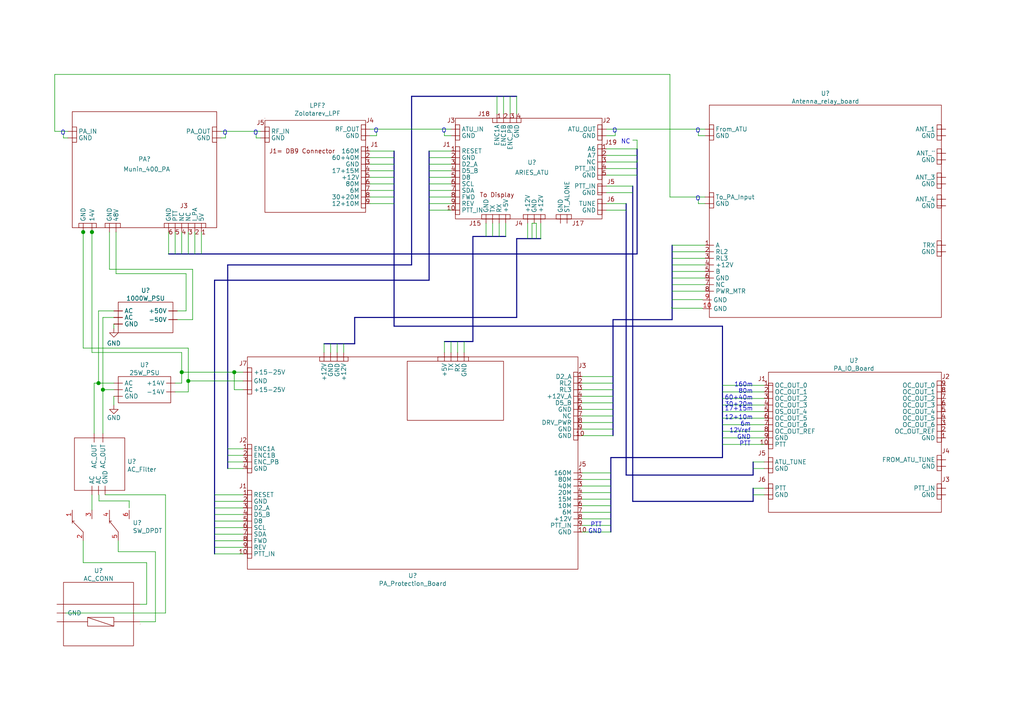
<source format=kicad_sch>
(kicad_sch (version 20230121) (generator eeschema)
  (paper "A4")
  (title_block (title "Block Schematic of MUNIN-400 PA") (date "08.05.2021") (rev "0") (comment 1 "ENG: Kjell Karlsen") (comment 2 "LA2NI"))
  (lib_symbols
    (symbol "KjellKarlsen:1000W_PSU"
      (property "Reference" "U" (at 0 0 0))
      (property "Value" "1000W_PSU" (at 0 1.905 0))
      (symbol "1000W_PSU_0_0"
        (rectangle (start -6.35 -1.905) (end 9.525 -10.795) (stroke (width 0.1524)))
      )
      (symbol "1000W_PSU_1_1"
        (pin passive line (at 10.795 -4.445 180) (length 2.54) (name "+50V") (number ""))
        (pin passive line (at 10.795 -6.985 180) (length 2.54) (name "-50V") (number ""))
        (pin passive line (at -7.62 -6.35 0) (length 2.54) (name "AC") (number ""))
        (pin passive line (at -7.62 -4.445 0) (length 2.54) (name "AC") (number ""))
        (pin passive line (at -7.62 -8.255 0) (length 2.54) (name "GND") (number ""))
      )
    )
    (symbol "KjellKarlsen:25W_PSU"
      (property "Reference" "U" (at 0 1.905 0))
      (property "Value" "25W_PSU" (at 0 0 0))
      (symbol "25W_PSU_0_0"
        (rectangle (start -7.62 -2.54) (end 7.62 -10.16) (stroke (width 0.1524)))
      )
      (symbol "25W_PSU_1_1"
        (pin passive line (at 8.89 -4.445 180) (length 2.54) (name "+14V") (number ""))
        (pin passive line (at 8.89 -6.985 180) (length 2.54) (name "-14V") (number ""))
        (pin passive line (at -8.89 -6.35 0) (length 2.54) (name "AC") (number ""))
        (pin passive line (at -8.89 -4.445 0) (length 2.54) (name "AC") (number ""))
        (pin passive line (at -8.89 -8.255 0) (length 2.54) (name "GND") (number ""))
      )
    )
    (symbol "KjellKarlsen:AC_CONN"
      (property "Reference" "U" (at 1.27 7.62 0))
      (property "Value" "AC_CONN" (at 1.27 5.715 0))
      (symbol "AC_CONN_0_0"
        (rectangle (start -6.985 -0.635) (end 11.43 -20.955) (stroke (width 0.1524)))
        (polyline (pts (xy -0.635 -1.27) (xy -0.635 -20.32)) (stroke (width 0.1524)))
        (polyline (pts (xy 4.445 -20.32) (xy 4.445 -13.97)) (stroke (width 0.1524)))
        (polyline (pts (xy 4.445 -1.27) (xy 4.445 -6.35)) (stroke (width 0.1524)))
        (polyline (pts (xy 5.715 -6.35) (xy 3.175 -13.97)) (stroke (width 0.1524)))
        (rectangle (start 3.175 -6.35) (end 5.715 -13.97) (stroke (width 0.1524)))
        (rectangle (start 5.08 1.27) (end 5.08 1.27) (stroke (width 0.1524)))
      )
      (symbol "AC_CONN_1_1"
        (pin passive line (at -0.635 -22.86 90) (length 2.54) (name "") (number ""))
        (pin passive line (at -0.635 1.27 270) (length 2.54) (name "") (number ""))
        (pin passive line (at 4.445 -22.86 90) (length 2.54) (name "") (number ""))
        (pin passive line (at 4.445 1.27 270) (length 2.54) (name "") (number ""))
        (pin passive line (at 1.905 -22.86 90) (length 2.54) (name "GND") (number ""))
      )
    )
    (symbol "KjellKarlsen:AC_Filter"
      (property "Reference" "U" (at 0 6.35 0))
      (property "Value" "AC_Filter" (at 0 4.445 0))
      (symbol "AC_Filter_0_0"
        (rectangle (start -6.985 -2.54) (end 7.62 -17.78) (stroke (width 0.1524)))
      )
      (symbol "AC_Filter_1_1"
        (pin passive line (at -1.905 -19.05 90) (length 2.54) (name "AC") (number ""))
        (pin passive line (at 0 -19.05 90) (length 2.54) (name "AC") (number ""))
        (pin passive line (at -1.27 -1.27 270) (length 2.54) (name "AC_OUT") (number ""))
        (pin passive line (at 1.27 -1.27 270) (length 2.54) (name "AC_OUT") (number ""))
        (pin passive line (at 1.905 -19.05 90) (length 2.54) (name "GND") (number ""))
      )
    )
    (symbol "KjellKarlsen:ARIES_ATU"
      (property "Reference" "U" (at 14.605 -13.97 0))
      (property "Value" "ARIES_ATU" (at 14.605 -12.065 0))
      (symbol "ARIES_ATU_0_0"
        (rectangle (start -11.43 -10.795) (end -10.16 -30.48) (stroke (width 0.1524)))
        (rectangle (start -11.43 -4.445) (end -10.16 -8.89) (stroke (width 0.1524)))
        (rectangle (start -11.43 -2.54) (end 31.115 -31.75) (stroke (width 0.1524)))
        (rectangle (start -3.81 -30.48) (end 4.445 -31.75) (stroke (width 0.1524)))
        (rectangle (start -0.635 -3.81) (end 7.62 -2.54) (stroke (width 0.1524)))
        (rectangle (start 8.255 -31.75) (end 14.605 -30.48) (stroke (width 0.1524)))
        (rectangle (start 17.78 -31.75) (end 22.225 -30.48) (stroke (width 0.1524)))
        (rectangle (start 31.115 -30.48) (end 29.845 -26.035) (stroke (width 0.1524)))
        (rectangle (start 31.115 -24.765) (end 29.845 -21.59) (stroke (width 0.1524)))
        (rectangle (start 31.115 -20.32) (end 29.845 -10.16) (stroke (width 0.1524)))
        (rectangle (start 31.115 -8.89) (end 29.845 -4.445) (stroke (width 0.1524)))
        (text "1" (at -12.065 -11.43 0) (effects (font (size 1.27 1.27))))
        (text "1" (at 1.27 -1.905 0) (effects (font (size 1.27 1.27))))
        (text "1" (at 31.75 -10.795 0) (effects (font (size 1.27 1.27))))
        (text "10" (at -12.7 -28.575 0) (effects (font (size 1.27 1.27))))
        (text "2" (at -12.065 -13.335 0) (effects (font (size 1.27 1.27))))
        (text "2" (at 3.175 -1.905 0) (effects (font (size 1.27 1.27))))
        (text "2" (at 31.75 -12.7 0) (effects (font (size 1.27 1.27))))
        (text "3" (at -12.065 -15.24 0) (effects (font (size 1.27 1.27))))
        (text "3" (at 5.08 -1.905 0) (effects (font (size 1.27 1.27))))
        (text "3" (at 31.75 -14.605 0) (effects (font (size 1.27 1.27))))
        (text "4" (at -12.065 -17.145 0) (effects (font (size 1.27 1.27))))
        (text "4" (at 6.985 -1.905 0) (effects (font (size 1.27 1.27))))
        (text "4" (at 31.75 -16.51 0) (effects (font (size 1.27 1.27))))
        (text "5" (at -12.065 -19.05 0) (effects (font (size 1.27 1.27))))
        (text "5" (at 31.75 -18.415 0) (effects (font (size 1.27 1.27))))
        (text "6" (at -12.065 -20.955 0) (effects (font (size 1.27 1.27))))
        (text "7" (at -12.065 -22.86 0) (effects (font (size 1.27 1.27))))
        (text "8" (at -12.065 -24.765 0) (effects (font (size 1.27 1.27))))
        (text "9" (at -12.065 -26.67 0) (effects (font (size 1.27 1.27))))
        (text "J1" (at -13.97 -10.16 0) (effects (font (size 1.27 1.27))))
        (text "J15" (at -5.715 -33.02 0) (effects (font (size 1.27 1.27))))
        (text "J17" (at 24.13 -33.02 0) (effects (font (size 1.27 1.27))))
        (text "J18" (at -3.175 -1.27 0) (effects (font (size 1.27 1.27))))
        (text "J19" (at 33.655 -9.525 0) (effects (font (size 1.27 1.27))))
        (text "J2" (at 32.385 -3.175 0) (effects (font (size 1.27 1.27))))
        (text "J3" (at -12.7 -3.175 0) (effects (font (size 1.27 1.27))))
        (text "J4" (at 6.985 -33.02 0) (effects (font (size 1.27 1.27))))
        (text "J5" (at 33.655 -20.955 0) (effects (font (size 1.27 1.27))))
        (text "J6" (at 33.655 -26.035 0) (effects (font (size 1.27 1.27))))
        (text "To Display" (at 0.635 -24.765 0) (effects (font (size 1.27 1.27))))
      )
      (symbol "ARIES_ATU_1_1"
        (pin passive line (at 9.525 -33.02 90) (length 2.54) (name "+12V") (number ""))
        (pin passive line (at 13.335 -33.02 90) (length 2.54) (name "+12V") (number ""))
        (pin passive line (at 3.175 -33.02 90) (length 2.54) (name "+5V") (number ""))
        (pin passive line (at 32.385 -11.43 180) (length 2.54) (name "A6") (number ""))
        (pin passive line (at 32.385 -13.335 180) (length 2.54) (name "A7") (number ""))
        (pin passive line (at -12.7 -5.715 0) (length 2.54) (name "ATU_IN") (number ""))
        (pin passive line (at 32.385 -5.715 180) (length 2.54) (name "ATU_OUT") (number ""))
        (pin passive line (at -12.7 -15.875 0) (length 2.54) (name "D2_A") (number ""))
        (pin passive line (at -12.7 -17.78 0) (length 2.54) (name "D5_B") (number ""))
        (pin passive line (at -12.7 -19.685 0) (length 2.54) (name "D8") (number ""))
        (pin passive line (at 0.635 -1.27 270) (length 2.54) (name "ENC1A") (number ""))
        (pin passive line (at 2.54 -1.27 270) (length 2.54) (name "ENC1B") (number ""))
        (pin passive line (at 4.445 -1.27 270) (length 2.54) (name "ENC_PB") (number ""))
        (pin passive line (at -12.7 -25.4 0) (length 2.54) (name "FWD") (number ""))
        (pin passive line (at -12.7 -13.97 0) (length 2.54) (name "GND") (number ""))
        (pin passive line (at -12.7 -7.62 0) (length 2.54) (name "GND") (number ""))
        (pin passive line (at -2.54 -33.02 90) (length 2.54) (name "GND") (number ""))
        (pin passive line (at 6.35 -1.27 270) (length 2.54) (name "GND") (number ""))
        (pin passive line (at 11.43 -33.02 90) (length 2.54) (name "GND") (number ""))
        (pin passive line (at 19.05 -33.02 90) (length 2.54) (name "GND") (number ""))
        (pin passive line (at 32.385 -29.21 180) (length 2.54) (name "GND") (number ""))
        (pin passive line (at 32.385 -24.13 180) (length 2.54) (name "GND") (number ""))
        (pin passive line (at 32.385 -19.05 180) (length 2.54) (name "GND") (number ""))
        (pin passive line (at 32.385 -7.62 180) (length 2.54) (name "GND") (number ""))
        (pin passive line (at 32.385 -15.24 180) (length 2.54) (name "NC") (number ""))
        (pin passive line (at -12.7 -29.21 0) (length 2.54) (name "PTT_IN") (number ""))
        (pin passive line (at 32.385 -22.225 180) (length 2.54) (name "PTT_IN") (number ""))
        (pin passive line (at 32.385 -17.145 180) (length 2.54) (name "PTT_IN") (number ""))
        (pin passive line (at -12.7 -12.065 0) (length 2.54) (name "RESET") (number ""))
        (pin passive line (at -12.7 -27.305 0) (length 2.54) (name "REV") (number ""))
        (pin passive line (at 1.27 -33.02 90) (length 2.54) (name "RX") (number ""))
        (pin passive line (at -12.7 -21.59 0) (length 2.54) (name "SCL") (number ""))
        (pin passive line (at -12.7 -23.495 0) (length 2.54) (name "SDA") (number ""))
        (pin passive line (at 20.955 -33.02 90) (length 2.54) (name "ST_ALONE") (number ""))
        (pin passive line (at 32.385 -27.305 180) (length 2.54) (name "TUNE") (number ""))
        (pin passive line (at -0.635 -33.02 90) (length 2.54) (name "TX") (number ""))
      )
    )
    (symbol "KjellKarlsen:Antenna_relay_board"
      (property "Reference" "U?" (at 6.35 2.7474 0))
      (property "Value" "Antenna_relay_board" (at 6.35 0.4487 0))
      (symbol "Antenna_relay_board_0_0"
        (rectangle (start -27.305 -26.035) (end -26.035 -30.48) (stroke (width 0.1524)))
        (rectangle (start -27.305 -6.35) (end -26.035 -10.795) (stroke (width 0.1524)))
        (rectangle (start -27.305 -0.635) (end 40.005 -62.23) (stroke (width 0.1524)))
        (rectangle (start 38.735 -26.67) (end 40.005 -30.48) (stroke (width 0.1524)))
        (rectangle (start 38.735 -20.32) (end 40.005 -24.765) (stroke (width 0.1524)))
        (rectangle (start 38.735 -13.335) (end 40.005 -17.78) (stroke (width 0.1524)))
        (rectangle (start 38.735 -6.35) (end 40.005 -10.795) (stroke (width 0.1524)))
        (text "1" (at -27.94 -40.64 0) (effects (font (size 1.27 1.27))))
        (text "2" (at -27.94 -42.545 0) (effects (font (size 1.27 1.27))))
        (text "3" (at -27.94 -44.45 0) (effects (font (size 1.27 1.27))))
        (text "4" (at -27.94 -46.355 0) (effects (font (size 1.27 1.27))))
        (text "5" (at -27.94 -48.26 0) (effects (font (size 1.27 1.27))))
        (text "6" (at -27.94 -50.165 0) (effects (font (size 1.27 1.27))))
        (text "7" (at -27.94 -52.07 0) (effects (font (size 1.27 1.27))))
        (text "8" (at -27.94 -53.975 0) (effects (font (size 1.27 1.27))))
      )
      (symbol "Antenna_relay_board_0_1"
        (rectangle (start 38.735 -40.005) (end 40.005 -44.45) (stroke (width 0.1524)))
      )
      (symbol "Antenna_relay_board_1_1"
        (pin input line (at -28.575 -46.99 0) (length 2.54) (name "+12V") (number ""))
        (pin input line (at -28.575 -41.275 0) (length 2.54) (name "A") (number ""))
        (pin passive line (at 41.275 -14.605 180) (length 2.54) (name "ANT_\"") (number ""))
        (pin passive line (at 41.275 -7.62 180) (length 2.54) (name "ANT_1") (number ""))
        (pin passive line (at 41.275 -21.59 180) (length 2.54) (name "ANT_3") (number ""))
        (pin passive line (at 41.275 -27.94 180) (length 2.54) (name "ANT_4") (number ""))
        (pin input line (at -28.575 -48.895 0) (length 2.54) (name "B") (number ""))
        (pin passive line (at -28.575 -7.62 0) (length 2.54) (name "From_ATU") (number ""))
        (pin input line (at -28.575 -50.8 0) (length 2.54) (name "GND") (number ""))
        (pin passive line (at -28.575 -29.21 0) (length 2.54) (name "GND") (number ""))
        (pin passive line (at -28.575 -9.525 0) (length 2.54) (name "GND") (number ""))
        (pin input line (at 41.275 -43.18 180) (length 2.54) (name "GND") (number ""))
        (pin passive line (at 41.275 -29.845 180) (length 2.54) (name "GND") (number ""))
        (pin passive line (at 41.275 -23.495 180) (length 2.54) (name "GND") (number ""))
        (pin passive line (at 41.275 -16.51 180) (length 2.54) (name "GND") (number ""))
        (pin passive line (at 41.275 -9.525 180) (length 2.54) (name "GND") (number ""))
        (pin input line (at -28.575 -52.705 0) (length 2.54) (name "NC") (number ""))
        (pin input line (at -28.575 -54.61 0) (length 2.54) (name "PWR_MTR") (number ""))
        (pin input line (at -28.575 -43.18 0) (length 2.54) (name "RL2") (number ""))
        (pin input line (at -28.575 -45.085 0) (length 2.54) (name "RL3") (number ""))
        (pin input line (at 41.275 -41.275 180) (length 2.54) (name "TRX") (number ""))
        (pin passive line (at -28.575 -27.305 0) (length 2.54) (name "To_PA_Input") (number ""))
        (pin input line (at -29.21 -59.69 0) (length 2.54) (name "GND") (number "10"))
        (pin input line (at -29.21 -57.15 0) (length 2.54) (name "GND") (number "9"))
      )
    )
    (symbol "KjellKarlsen:Munin_400_PA"
      (property "Reference" "PA" (at 6.985 -15.24 0))
      (property "Value" "Munin_400_PA" (at 6.985 -12.065 0))
      (symbol "Munin_400_PA_0_0"
        (rectangle (start -13.335 -4.445) (end -12.065 -8.89) (stroke (width 0.1524)))
        (rectangle (start -13.335 0) (end 28.575 -33.655) (stroke (width 0.1524)))
        (rectangle (start -11.43 -33.655) (end -6.35 -32.385) (stroke (width 0.1524)))
        (rectangle (start -3.81 -33.655) (end 0.635 -32.385) (stroke (width 0.1524)))
        (rectangle (start 13.335 -33.655) (end 25.4 -32.385) (stroke (width 0.1524)))
        (rectangle (start 27.305 -4.445) (end 28.575 -8.89) (stroke (width 0.1524)))
        (text "1" (at 24.765 -34.925 0) (effects (font (size 1.27 1.27))))
        (text "2" (at 22.86 -34.925 0) (effects (font (size 1.27 1.27))))
        (text "3" (at 20.955 -34.925 0) (effects (font (size 1.27 1.27))))
        (text "4" (at 19.05 -34.925 0) (effects (font (size 1.27 1.27))))
        (text "5" (at 17.145 -34.925 0) (effects (font (size 1.27 1.27))))
        (text "6" (at 15.24 -34.925 0) (effects (font (size 1.27 1.27))))
        (text "J3" (at 19.05 -27.305 0) (effects (font (size 1.27 1.27))))
      )
      (symbol "Munin_400_PA_1_1"
        (pin input line (at -7.62 -34.925 90) (length 2.54) (name "14V") (number ""))
        (pin input line (at -0.635 -34.925 90) (length 2.54) (name "48V") (number ""))
        (pin input line (at 24.13 -34.925 90) (length 2.54) (name "5V") (number ""))
        (pin passive line (at -14.605 -7.62 0) (length 2.54) (name "GND") (number ""))
        (pin input line (at -10.16 -34.925 90) (length 2.54) (name "GND") (number ""))
        (pin input line (at -2.54 -34.925 90) (length 2.54) (name "GND") (number ""))
        (pin input line (at 14.605 -34.925 90) (length 2.54) (name "GND") (number ""))
        (pin passive line (at 29.845 -7.62 180) (length 2.54) (name "GND") (number ""))
        (pin input line (at 22.225 -34.925 90) (length 2.54) (name "I_PA") (number ""))
        (pin input line (at 18.415 -34.925 90) (length 2.54) (name "NC") (number ""))
        (pin input line (at 20.32 -34.925 90) (length 2.54) (name "NC") (number ""))
        (pin input line (at -14.605 -5.715 0) (length 2.54) (name "PA_IN") (number ""))
        (pin input line (at 29.845 -5.715 180) (length 2.54) (name "PA_OUT") (number ""))
        (pin input line (at 16.51 -34.925 90) (length 2.54) (name "PTT") (number ""))
      )
    )
    (symbol "KjellKarlsen:PA_IO_Board"
      (property "Reference" "U" (at 16.51 -16.51 0))
      (property "Value" "PA_IO_Board" (at 16.51 -13.97 0))
      (symbol "PA_IO_Board_0_0"
        (rectangle (start -9.525 -33.02) (end -8.255 -37.465) (stroke (width 0.1524)))
        (rectangle (start -9.525 -25.4) (end -8.255 -29.845) (stroke (width 0.1524)))
        (rectangle (start -9.525 -3.81) (end -8.255 -22.86) (stroke (width 0.1524)))
        (rectangle (start -9.525 -0.635) (end 40.64 -41.275) (stroke (width 0.1524)))
        (rectangle (start 39.37 -33.02) (end 40.64 -37.465) (stroke (width 0.1524)))
        (rectangle (start 39.37 -24.765) (end 40.64 -29.21) (stroke (width 0.1524)))
        (rectangle (start 39.37 -3.175) (end 40.64 -20.955) (stroke (width 0.1524)))
        (text "1" (at -10.16 -3.81 0) (effects (font (size 1.27 1.27))))
        (text "1" (at 41.275 -19.05 0) (effects (font (size 1.27 1.27))))
        (text "10" (at -10.795 -20.955 0) (effects (font (size 1.27 1.27))))
        (text "2" (at -10.16 -5.715 0) (effects (font (size 1.27 1.27))))
        (text "2" (at 41.275 -17.145 0) (effects (font (size 1.27 1.27))))
        (text "3" (at -10.16 -7.62 0) (effects (font (size 1.27 1.27))))
        (text "3" (at 41.275 -15.24 0) (effects (font (size 1.27 1.27))))
        (text "4" (at -10.16 -9.525 0) (effects (font (size 1.27 1.27))))
        (text "4" (at 41.275 -13.335 0) (effects (font (size 1.27 1.27))))
        (text "5" (at -10.16 -11.43 0) (effects (font (size 1.27 1.27))))
        (text "5" (at 41.275 -11.43 0) (effects (font (size 1.27 1.27))))
        (text "6" (at -10.16 -13.335 0) (effects (font (size 1.27 1.27))))
        (text "6" (at 41.275 -9.525 0) (effects (font (size 1.27 1.27))))
        (text "7" (at -10.16 -15.24 0) (effects (font (size 1.27 1.27))))
        (text "7" (at 41.275 -7.62 0) (effects (font (size 1.27 1.27))))
        (text "8" (at -10.16 -17.145 0) (effects (font (size 1.27 1.27))))
        (text "8" (at 41.275 -5.715 0) (effects (font (size 1.27 1.27))))
        (text "9" (at -10.16 -19.05 0) (effects (font (size 1.27 1.27))))
        (text "9" (at 41.275 -3.81 0) (effects (font (size 1.27 1.27))))
        (text "J1" (at -11.43 -2.54 0) (effects (font (size 1.27 1.27))))
        (text "J2" (at 41.91 -1.905 0) (effects (font (size 1.27 1.27))))
        (text "J3" (at 41.91 -31.75 0) (effects (font (size 1.27 1.27))))
        (text "J4" (at 41.91 -23.495 0) (effects (font (size 1.27 1.27))))
        (text "J5" (at -11.43 -24.13 0) (effects (font (size 1.27 1.27))))
        (text "J6" (at -11.43 -31.75 0) (effects (font (size 1.27 1.27))))
      )
      (symbol "PA_IO_Board_1_1"
        (pin passive line (at -10.795 -26.67 0) (length 2.54) (name "ATU_TUNE") (number ""))
        (pin passive line (at 41.91 -26.035 180) (length 2.54) (name "FROM_ATU_TUNE") (number ""))
        (pin passive line (at -10.795 -36.195 0) (length 2.54) (name "GND") (number ""))
        (pin passive line (at -10.795 -28.575 0) (length 2.54) (name "GND") (number ""))
        (pin passive line (at -10.795 -19.685 0) (length 2.54) (name "GND") (number ""))
        (pin passive line (at 41.91 -36.195 180) (length 2.54) (name "GND") (number ""))
        (pin passive line (at 41.91 -27.94 180) (length 2.54) (name "GND") (number ""))
        (pin passive line (at 41.91 -19.685 180) (length 2.54) (name "GND") (number ""))
        (pin passive line (at -10.795 -4.445 0) (length 2.54) (name "OC_OUT_0") (number ""))
        (pin passive line (at 41.91 -4.445 180) (length 2.54) (name "OC_OUT_0") (number ""))
        (pin passive line (at -10.795 -6.35 0) (length 2.54) (name "OC_OUT_1") (number ""))
        (pin passive line (at 41.91 -6.35 180) (length 2.54) (name "OC_OUT_1") (number ""))
        (pin passive line (at -10.795 -8.255 0) (length 2.54) (name "OC_OUT_2") (number ""))
        (pin passive line (at 41.91 -8.255 180) (length 2.54) (name "OC_OUT_2") (number ""))
        (pin passive line (at -10.795 -10.16 0) (length 2.54) (name "OC_OUT_3") (number ""))
        (pin passive line (at 41.91 -10.16 180) (length 2.54) (name "OC_OUT_3") (number ""))
        (pin passive line (at 41.91 -12.065 180) (length 2.54) (name "OC_OUT_4") (number ""))
        (pin passive line (at -10.795 -13.97 0) (length 2.54) (name "OC_OUT_5") (number ""))
        (pin passive line (at 41.91 -13.97 180) (length 2.54) (name "OC_OUT_5") (number ""))
        (pin passive line (at -10.795 -15.875 0) (length 2.54) (name "OC_OUT_6") (number ""))
        (pin passive line (at 41.91 -15.875 180) (length 2.54) (name "OC_OUT_6") (number ""))
        (pin passive line (at -10.795 -17.78 0) (length 2.54) (name "OC_OUT_REF") (number ""))
        (pin passive line (at 41.91 -17.78 180) (length 2.54) (name "OC_OUT_REF") (number ""))
        (pin passive line (at -10.795 -12.065 0) (length 2.54) (name "OS_OUT_4") (number ""))
        (pin passive line (at -10.795 -34.29 0) (length 2.54) (name "PTT") (number ""))
        (pin passive line (at -10.795 -21.59 0) (length 2.54) (name "PTT") (number ""))
        (pin passive line (at 41.91 -34.29 180) (length 2.54) (name "PTT_IN") (number ""))
      )
    )
    (symbol "KjellKarlsen:PA_Protection_Board"
      (property "Reference" "U?" (at 21.9075 -64.7256 0))
      (property "Value" "PA_Protection_Board" (at 21.9075 -67.0243 0))
      (symbol "PA_Protection_Board_0_0"
        (rectangle (start -26.035 -40.005) (end -24.765 -59.69) (stroke (width 0.1524)))
        (rectangle (start -26.035 -26.67) (end -24.765 -34.925) (stroke (width 0.1524)))
        (rectangle (start -26.035 -4.445) (end -24.765 -12.065) (stroke (width 0.1524)))
        (rectangle (start -26.035 -1.27) (end 69.85 -62.865) (stroke (width 0.1524)))
        (rectangle (start -5.08 -2.54) (end 3.175 -1.27) (stroke (width 0.1524)))
        (rectangle (start 20.32 -2.54) (end 48.26 -19.685) (stroke (width 0.1524)))
        (rectangle (start 29.21 -2.54) (end 38.1 -1.27) (stroke (width 0.1524)))
        (rectangle (start 68.58 -5.715) (end 69.85 -25.4) (stroke (width 0.1524)))
        (text "1" (at -26.67 -40.64 0) (effects (font (size 1.27 1.27))))
        (text "1" (at -26.67 -27.305 0) (effects (font (size 1.27 1.27))))
        (text "1" (at 70.485 -34.29 0) (effects (font (size 1.27 1.27))))
        (text "1" (at 70.485 -6.35 0) (effects (font (size 1.27 1.27))))
        (text "10" (at -27.305 -57.785 0) (effects (font (size 1.27 1.27))))
        (text "10" (at 70.485 -23.495 0) (effects (font (size 1.27 1.27))))
        (text "10" (at 71.12 -51.435 0) (effects (font (size 1.27 1.27))))
        (text "2" (at -26.67 -42.545 0) (effects (font (size 1.27 1.27))))
        (text "2" (at -26.67 -29.21 0) (effects (font (size 1.27 1.27))))
        (text "2" (at 70.485 -36.195 0) (effects (font (size 1.27 1.27))))
        (text "2" (at 70.485 -8.255 0) (effects (font (size 1.27 1.27))))
        (text "3" (at -26.67 -44.45 0) (effects (font (size 1.27 1.27))))
        (text "3" (at -26.67 -31.115 0) (effects (font (size 1.27 1.27))))
        (text "3" (at 70.485 -38.1 0) (effects (font (size 1.27 1.27))))
        (text "3" (at 70.485 -10.16 0) (effects (font (size 1.27 1.27))))
        (text "4" (at -26.67 -46.355 0) (effects (font (size 1.27 1.27))))
        (text "4" (at -26.67 -33.02 0) (effects (font (size 1.27 1.27))))
        (text "4" (at 70.485 -40.005 0) (effects (font (size 1.27 1.27))))
        (text "4" (at 70.485 -12.065 0) (effects (font (size 1.27 1.27))))
        (text "5" (at -26.67 -48.26 0) (effects (font (size 1.27 1.27))))
        (text "5" (at 70.485 -41.91 0) (effects (font (size 1.27 1.27))))
        (text "5" (at 70.485 -13.97 0) (effects (font (size 1.27 1.27))))
        (text "6" (at -26.67 -50.165 0) (effects (font (size 1.27 1.27))))
        (text "6" (at 70.485 -43.815 0) (effects (font (size 1.27 1.27))))
        (text "6" (at 70.485 -15.875 0) (effects (font (size 1.27 1.27))))
        (text "7" (at -26.67 -52.07 0) (effects (font (size 1.27 1.27))))
        (text "7" (at 70.485 -45.72 0) (effects (font (size 1.27 1.27))))
        (text "7" (at 70.485 -17.78 0) (effects (font (size 1.27 1.27))))
        (text "8" (at -26.67 -53.975 0) (effects (font (size 1.27 1.27))))
        (text "8" (at 70.485 -47.625 0) (effects (font (size 1.27 1.27))))
        (text "8" (at 70.485 -19.685 0) (effects (font (size 1.27 1.27))))
        (text "9" (at -26.67 -55.88 0) (effects (font (size 1.27 1.27))))
        (text "9" (at 70.485 -49.53 0) (effects (font (size 1.27 1.27))))
        (text "9" (at 70.485 -21.59 0) (effects (font (size 1.27 1.27))))
        (text "J1" (at -27.305 -38.735 0) (effects (font (size 1.27 1.27))))
        (text "J2" (at -27.305 -25.4 0) (effects (font (size 1.27 1.27))))
        (text "J3" (at 71.12 -3.81 0) (effects (font (size 1.27 1.27))))
        (text "J5" (at 71.12 -32.385 0) (effects (font (size 1.27 1.27))))
        (text "J7" (at -27.305 -3.175 0) (effects (font (size 1.27 1.27))))
      )
      (symbol "PA_Protection_Board_1_1"
        (pin passive line (at -3.81 0 270) (length 2.54) (name "+12V") (number ""))
        (pin passive line (at 1.905 0 270) (length 2.54) (name "+12V") (number ""))
        (pin passive line (at 71.12 -48.26 180) (length 2.54) (name "+12V") (number ""))
        (pin passive line (at 71.12 -12.7 180) (length 2.54) (name "+12V_A") (number ""))
        (pin passive line (at -27.305 -10.795 0) (length 2.54) (name "+15-25V") (number ""))
        (pin passive line (at -27.305 -5.715 0) (length 2.54) (name "+15-25V") (number ""))
        (pin passive line (at 31.115 0 270) (length 2.54) (name "+5V") (number ""))
        (pin passive line (at 71.12 -44.45 180) (length 2.54) (name "10M") (number ""))
        (pin passive line (at 71.12 -42.545 180) (length 2.54) (name "15M") (number ""))
        (pin passive line (at 71.12 -34.925 180) (length 2.54) (name "160M") (number ""))
        (pin passive line (at 71.12 -40.64 180) (length 2.54) (name "20M") (number ""))
        (pin passive line (at 71.12 -38.735 180) (length 2.54) (name "40M") (number ""))
        (pin passive line (at 71.12 -46.355 180) (length 2.54) (name "6M") (number ""))
        (pin passive line (at 71.12 -36.83 180) (length 2.54) (name "80M") (number ""))
        (pin passive line (at -27.305 -45.085 0) (length 2.54) (name "D2_A") (number ""))
        (pin passive line (at 71.12 -6.985 180) (length 2.54) (name "D2_A") (number ""))
        (pin passive line (at -27.305 -46.99 0) (length 2.54) (name "D5_B") (number ""))
        (pin passive line (at 71.12 -14.605 180) (length 2.54) (name "D5_B") (number ""))
        (pin passive line (at -27.305 -48.895 0) (length 2.54) (name "D8") (number ""))
        (pin passive line (at 71.12 -20.32 180) (length 2.54) (name "DRV_PWR") (number ""))
        (pin passive line (at -27.305 -27.94 0) (length 2.54) (name "ENC1A") (number ""))
        (pin passive line (at -27.305 -29.845 0) (length 2.54) (name "ENC1B") (number ""))
        (pin passive line (at -27.305 -31.75 0) (length 2.54) (name "ENC_PB") (number ""))
        (pin passive line (at -27.305 -54.61 0) (length 2.54) (name "FWD") (number ""))
        (pin passive line (at -27.305 -43.18 0) (length 2.54) (name "GND") (number ""))
        (pin passive line (at -27.305 -33.655 0) (length 2.54) (name "GND") (number ""))
        (pin passive line (at -27.305 -8.255 0) (length 2.54) (name "GND") (number ""))
        (pin passive line (at -1.905 0 270) (length 2.54) (name "GND") (number ""))
        (pin passive line (at 0 0 270) (length 2.54) (name "GND") (number ""))
        (pin passive line (at 36.83 0 270) (length 2.54) (name "GND") (number ""))
        (pin passive line (at 71.12 -52.07 180) (length 2.54) (name "GND") (number ""))
        (pin passive line (at 71.12 -24.13 180) (length 2.54) (name "GND") (number ""))
        (pin passive line (at 71.12 -22.225 180) (length 2.54) (name "GND") (number ""))
        (pin passive line (at 71.12 -16.51 180) (length 2.54) (name "GND") (number ""))
        (pin passive line (at 71.12 -18.415 180) (length 2.54) (name "NC") (number ""))
        (pin passive line (at -27.305 -58.42 0) (length 2.54) (name "PTT_IN") (number ""))
        (pin passive line (at 71.12 -50.165 180) (length 2.54) (name "PTT_IN") (number ""))
        (pin passive line (at -27.305 -41.275 0) (length 2.54) (name "RESET") (number ""))
        (pin passive line (at -27.305 -56.515 0) (length 2.54) (name "REV") (number ""))
        (pin passive line (at 71.12 -8.89 180) (length 2.54) (name "RL2") (number ""))
        (pin passive line (at 71.12 -10.795 180) (length 2.54) (name "RL3") (number ""))
        (pin passive line (at 34.925 0 270) (length 2.54) (name "RX") (number ""))
        (pin passive line (at -27.305 -50.8 0) (length 2.54) (name "SCL") (number ""))
        (pin passive line (at -27.305 -52.705 0) (length 2.54) (name "SDA") (number ""))
        (pin passive line (at 33.02 0 270) (length 2.54) (name "TX") (number ""))
      )
    )
    (symbol "KjellKarlsen:SW_DPDT"
      (property "Reference" "U" (at 0 4.445 0))
      (property "Value" "SW_DPDT" (at 0 2.54 0))
      (symbol "SW_DPDT_0_1"
        (polyline (pts (xy -6.35 -13.335) (xy -3.175 -10.795)) (stroke (width 0.1524)))
        (polyline (pts (xy -6.35 -3.175) (xy -3.175 0)) (stroke (width 0.1524)))
        (polyline (pts (xy -3.175 -10.795) (xy -3.81 -10.795)) (stroke (width 0.1524)))
        (polyline (pts (xy -3.175 -10.795) (xy -3.175 -11.43)) (stroke (width 0.1524)))
        (polyline (pts (xy -3.175 0) (xy -3.81 0)) (stroke (width 0.1524)))
        (polyline (pts (xy -3.175 0) (xy -3.175 -0.635)) (stroke (width 0.1524)))
        (polyline (pts (xy -2.54 -10.795) (xy -3.175 -10.795)) (stroke (width 0.1524)))
        (polyline (pts (xy -2.54 0) (xy -3.175 0)) (stroke (width 0.1524)))
      )
      (symbol "SW_DPDT_1_1"
        (pin passive line (at 0 0 180) (length 2.54) (name "") (number "1"))
        (pin passive line (at -8.89 -3.175 0) (length 2.54) (name "") (number "2"))
        (pin passive line (at 0 -5.715 180) (length 2.54) (name "") (number "3"))
        (pin passive line (at 0 -10.795 180) (length 2.54) (name "") (number "4"))
        (pin passive line (at -8.89 -13.335 0) (length 2.54) (name "") (number "5"))
        (pin passive line (at 0 -16.51 180) (length 2.54) (name "") (number "6"))
      )
    )
    (symbol "KjellKarlsen:Zolotarev_LPF"
      (property "Reference" "LPF?" (at 3.175 6.8684 0))
      (property "Value" "Zolotarev_LPF" (at 3.175 4.5697 0))
      (symbol "Zolotarev_LPF_0_0"
        (rectangle (start -12.065 0.635) (end -10.795 -3.81) (stroke (width 0.1524)))
        (rectangle (start 15.875 -5.08) (end 17.145 -22.86) (stroke (width 0.1524)))
        (rectangle (start 15.875 1.27) (end 17.145 -3.175) (stroke (width 0.1524)))
        (text "1" (at 17.78 -5.715 0) (effects (font (size 1.27 1.27))))
        (text "2" (at 17.78 -7.62 0) (effects (font (size 1.27 1.27))))
        (text "3" (at 17.78 -9.525 0) (effects (font (size 1.27 1.27))))
        (text "4" (at 17.78 -11.43 0) (effects (font (size 1.27 1.27))))
        (text "5" (at 17.78 -13.335 0) (effects (font (size 1.27 1.27))))
        (text "6" (at 17.78 -15.24 0) (effects (font (size 1.27 1.27))))
        (text "7" (at 17.78 -17.145 0) (effects (font (size 1.27 1.27))))
        (text "8" (at 17.78 -19.05 0) (effects (font (size 1.27 1.27))))
        (text "9" (at 17.78 -20.955 0) (effects (font (size 1.27 1.27))))
        (text "J1" (at 19.685 -4.445 0) (effects (font (size 1.27 1.27))))
        (text "J1= DB9 Connector" (at -1.27 -6.35 0) (effects (font (size 1.27 1.27))))
        (text "J4" (at 18.415 2.54 0) (effects (font (size 1.27 1.27))))
        (text "J5" (at -13.335 1.905 0) (effects (font (size 1.27 1.27))))
      )
      (symbol "Zolotarev_LPF_0_1"
        (rectangle (start -12.065 3.175) (end -12.065 3.175) (stroke (width 0.1524)))
        (rectangle (start 17.145 -24.13) (end -12.065 2.54) (stroke (width 0.1524)))
      )
      (symbol "Zolotarev_LPF_1_1"
        (pin passive line (at 18.415 -13.97 180) (length 2.54) (name "+12V") (number ""))
        (pin passive line (at 18.415 -21.59 180) (length 2.54) (name "12+10M") (number ""))
        (pin passive line (at 18.415 -6.35 180) (length 2.54) (name "160M") (number ""))
        (pin passive line (at 18.415 -12.065 180) (length 2.54) (name "17+15M") (number ""))
        (pin passive line (at 18.415 -19.685 180) (length 2.54) (name "30+20M") (number ""))
        (pin passive line (at 18.415 -8.255 180) (length 2.54) (name "60+40M") (number ""))
        (pin passive line (at 18.415 -17.78 180) (length 2.54) (name "6M") (number ""))
        (pin passive line (at 18.415 -15.875 180) (length 2.54) (name "80M") (number ""))
        (pin passive line (at -13.335 -2.54 0) (length 2.54) (name "GND") (number ""))
        (pin passive line (at 18.415 -10.16 180) (length 2.54) (name "GND") (number ""))
        (pin passive line (at 18.415 -1.905 180) (length 2.54) (name "GND") (number ""))
        (pin passive line (at -13.335 -0.635 0) (length 2.54) (name "RF_IN") (number ""))
        (pin passive line (at 18.415 0 180) (length 2.54) (name "RF_OUT") (number ""))
      )
    )
    (symbol "power:GND" (power) (pin_names (offset 0))
      (property "Value" "GND" (at 0 -3.81 0))
      (symbol "GND_0_1"
        (polyline (pts (xy 0 0) (xy 0 -1.27) (xy 1.27 -1.27) (xy 0 -2.54) (xy -1.27 -1.27) (xy 0 -1.27)))
      )
      (symbol "GND_1_1"
        (pin power_in line (at 0 0 270) (length 0) hide (name "GND") (number "1"))
      )
    )
  )
  (junction (at 67.945 107.95) (diameter 1.016))
  (junction (at 29.845 113.03) (diameter 1.016))
  (junction (at 26.67 67.31) (diameter 1.016))
  (junction (at 52.705 107.95) (diameter 1.016))
  (junction (at 24.13 67.31) (diameter 1.016))
  (junction (at 54.61 110.49) (diameter 1.016))
  (junction (at 28.575 111.125) (diameter 1.016))
  (wire (pts (xy 28.575 111.125) (xy 33.02 111.125)))
  (wire (pts (xy 64.135 40.005) (xy 65.405 40.005)))
  (wire (pts (xy 65.405 38.735) (xy 65.405 40.005)))
  (wire (pts (xy 183.515 40.64) (xy 184.785 40.64)))
  (wire (pts (xy 184.785 43.18) (xy 184.785 40.64)))
  (wire (pts (xy 50.8 67.31) (xy 50.8 73.66)))
  (wire (pts (xy 107.315 57.15) (xy 114.3 57.15)))
  (wire (pts (xy 54.61 110.49) (xy 70.485 110.49)))
  (bus (pts (xy 181.61 59.055) (xy 181.61 137.795)))
  (bus (pts (xy 218.44 133.985) (xy 218.44 137.795)))
  (bus (pts (xy 218.44 137.795) (xy 181.61 137.795)))
  (wire (pts (xy 146.685 64.77) (xy 146.685 68.58)))
  (wire (pts (xy 175.895 60.96) (xy 181.61 60.96)))
  (wire (pts (xy 26.67 143.51) (xy 26.67 147.955)))
  (wire (pts (xy 194.945 73.025) (xy 204.47 73.025)))
  (wire (pts (xy 209.55 111.76) (xy 221.615 111.76)))
  (wire (pts (xy 168.91 142.875) (xy 177.165 142.875)))
  (wire (pts (xy 209.55 121.285) (xy 221.615 121.285)))
  (wire (pts (xy 62.23 158.75) (xy 70.485 158.75)))
  (wire (pts (xy 99.695 99.695) (xy 99.695 102.235)))
  (wire (pts (xy 107.315 37.465) (xy 130.81 37.465)))
  (wire (pts (xy 140.97 64.77) (xy 140.97 68.58)))
  (wire (pts (xy 124.46 47.625) (xy 130.81 47.625)))
  (wire (pts (xy 124.46 43.815) (xy 130.81 43.815)))
  (wire (pts (xy 124.46 51.435) (xy 130.81 51.435)))
  (bus (pts (xy 137.16 68.58) (xy 146.685 68.58)))
  (wire (pts (xy 168.91 148.59) (xy 177.165 148.59)))
  (wire (pts (xy 168.91 139.065) (xy 177.165 139.065)))
  (wire (pts (xy 33.02 114.935) (xy 33.02 117.475)))
  (wire (pts (xy 175.895 55.88) (xy 183.515 55.88)))
  (wire (pts (xy 134.62 99.06) (xy 134.62 102.235)))
  (wire (pts (xy 50.8 111.125) (xy 52.705 111.125)))
  (wire (pts (xy 34.29 156.845) (xy 34.29 160.02)))
  (wire (pts (xy 40.64 180.34) (xy 45.085 180.34)))
  (wire (pts (xy 45.085 160.02) (xy 34.29 160.02)))
  (wire (pts (xy 45.085 180.34) (xy 45.085 160.02)))
  (wire (pts (xy 175.895 59.055) (xy 181.61 59.055)))
  (wire (pts (xy 168.91 137.16) (xy 177.165 137.16)))
  (wire (pts (xy 168.91 113.03) (xy 177.8 113.03)))
  (wire (pts (xy 28.702 143.51) (xy 28.702 145.288)))
  (wire (pts (xy 28.702 145.288) (xy 37.592 145.288)))
  (wire (pts (xy 168.91 144.78) (xy 177.165 144.78)))
  (wire (pts (xy 168.91 150.495) (xy 177.165 150.495)))
  (wire (pts (xy 124.46 57.15) (xy 130.81 57.15)))
  (wire (pts (xy 175.895 37.465) (xy 204.47 37.465)))
  (wire (pts (xy 175.895 53.975) (xy 183.515 53.975)))
  (wire (pts (xy 175.895 39.37) (xy 178.435 39.37)))
  (wire (pts (xy 178.435 38.1) (xy 178.435 39.37)))
  (wire (pts (xy 66.04 135.89) (xy 70.485 135.89)))
  (wire (pts (xy 209.55 128.905) (xy 221.615 128.905)))
  (wire (pts (xy 26.67 66.675) (xy 26.67 67.31)))
  (wire (pts (xy 26.67 67.31) (xy 26.67 102.235)))
  (wire (pts (xy 52.705 102.235) (xy 26.67 102.235)))
  (wire (pts (xy 52.705 107.95) (xy 52.705 102.235)))
  (wire (pts (xy 52.705 111.125) (xy 52.705 107.95)))
  (wire (pts (xy 28.575 90.17) (xy 28.575 111.125)))
  (wire (pts (xy 28.575 90.17) (xy 33.02 90.17)))
  (wire (pts (xy 168.91 126.365) (xy 177.8 126.365)))
  (wire (pts (xy 202.565 38.1) (xy 202.565 39.37)))
  (wire (pts (xy 204.47 39.37) (xy 202.565 39.37)))
  (wire (pts (xy 107.315 55.245) (xy 114.3 55.245)))
  (wire (pts (xy 209.55 119.38) (xy 221.615 119.38)))
  (wire (pts (xy 62.23 149.225) (xy 70.485 149.225)))
  (bus (pts (xy 183.515 53.975) (xy 183.515 145.415)))
  (bus (pts (xy 218.44 141.605) (xy 218.44 145.415)))
  (bus (pts (xy 218.44 145.415) (xy 183.515 145.415)))
  (wire (pts (xy 218.44 135.89) (xy 221.615 135.89)))
  (wire (pts (xy 62.23 156.845) (xy 70.485 156.845)))
  (wire (pts (xy 29.845 92.075) (xy 29.845 113.03)))
  (wire (pts (xy 29.845 92.075) (xy 33.02 92.075)))
  (wire (pts (xy 29.845 113.03) (xy 33.02 113.03)))
  (wire (pts (xy 209.55 127) (xy 221.615 127)))
  (wire (pts (xy 175.895 46.99) (xy 184.785 46.99)))
  (wire (pts (xy 184.785 46.355) (xy 184.785 46.99)))
  (wire (pts (xy 168.91 152.4) (xy 177.165 152.4)))
  (wire (pts (xy 209.55 125.095) (xy 221.615 125.095)))
  (wire (pts (xy 97.79 99.695) (xy 97.79 102.235)))
  (wire (pts (xy 124.46 55.245) (xy 130.81 55.245)))
  (wire (pts (xy 93.98 99.695) (xy 93.98 102.235)))
  (wire (pts (xy 107.315 53.34) (xy 114.3 53.34)))
  (wire (pts (xy 66.04 133.985) (xy 70.485 133.985)))
  (bus (pts (xy 93.98 99.695) (xy 102.87 99.695)))
  (bus (pts (xy 102.87 92.075) (xy 102.87 99.695)))
  (bus (pts (xy 149.86 69.215) (xy 149.86 92.075)))
  (bus (pts (xy 149.86 92.075) (xy 102.87 92.075)))
  (bus (pts (xy 156.845 69.215) (xy 149.86 69.215)))
  (wire (pts (xy 107.315 43.815) (xy 114.3 43.815)))
  (wire (pts (xy 132.715 99.06) (xy 132.715 102.235)))
  (wire (pts (xy 128.905 99.06) (xy 128.905 102.235)))
  (wire (pts (xy 130.81 99.06) (xy 130.81 102.235)))
  (wire (pts (xy 154.305 64.77) (xy 154.305 69.215)))
  (wire (pts (xy 154.305 64.77) (xy 155.575 64.77)))
  (bus (pts (xy 66.04 76.835) (xy 66.04 135.89)))
  (bus (pts (xy 66.04 76.835) (xy 119.38 76.835)))
  (bus (pts (xy 119.38 27.94) (xy 149.86 27.94)))
  (bus (pts (xy 119.38 76.835) (xy 119.38 27.94)))
  (wire (pts (xy 19.05 177.8) (xy 48.006 177.8)))
  (wire (pts (xy 66.04 130.175) (xy 70.485 130.175)))
  (wire (pts (xy 107.315 49.53) (xy 114.3 49.53)))
  (wire (pts (xy 52.705 67.31) (xy 52.705 73.66)))
  (bus (pts (xy 62.23 81.28) (xy 62.23 160.655)))
  (bus (pts (xy 124.46 43.815) (xy 124.46 81.28)))
  (bus (pts (xy 124.46 81.28) (xy 62.23 81.28)))
  (wire (pts (xy 218.44 143.51) (xy 221.615 143.51)))
  (wire (pts (xy 124.46 53.34) (xy 130.81 53.34)))
  (wire (pts (xy 168.91 109.22) (xy 177.8 109.22)))
  (wire (pts (xy 62.23 154.94) (xy 70.485 154.94)))
  (wire (pts (xy 194.945 74.93) (xy 204.47 74.93)))
  (wire (pts (xy 194.945 78.74) (xy 204.47 78.74)))
  (wire (pts (xy 153.035 64.77) (xy 153.035 69.215)))
  (wire (pts (xy 62.23 143.51) (xy 70.485 143.51)))
  (wire (pts (xy 62.23 151.13) (xy 70.485 151.13)))
  (wire (pts (xy 194.945 71.12) (xy 204.47 71.12)))
  (wire (pts (xy 175.895 45.085) (xy 184.785 45.085)))
  (wire (pts (xy 18.415 38.735) (xy 18.415 40.005)))
  (wire (pts (xy 19.685 40.005) (xy 18.415 40.005)))
  (wire (pts (xy 62.23 147.32) (xy 70.485 147.32)))
  (wire (pts (xy 62.23 160.655) (xy 70.485 160.655)))
  (wire (pts (xy 107.315 59.055) (xy 114.3 59.055)))
  (wire (pts (xy 62.23 145.415) (xy 70.485 145.415)))
  (wire (pts (xy 107.315 47.625) (xy 114.3 47.625)))
  (wire (pts (xy 124.46 60.96) (xy 130.81 60.96)))
  (wire (pts (xy 175.895 50.8) (xy 184.785 50.8)))
  (wire (pts (xy 194.945 76.835) (xy 204.47 76.835)))
  (wire (pts (xy 168.91 122.555) (xy 177.8 122.555)))
  (wire (pts (xy 24.13 156.845) (xy 24.13 163.195)))
  (wire (pts (xy 24.13 163.195) (xy 42.545 163.195)))
  (wire (pts (xy 40.64 175.26) (xy 42.545 175.26)))
  (wire (pts (xy 42.545 163.195) (xy 42.545 175.26)))
  (wire (pts (xy 48.895 67.31) (xy 48.895 73.66)))
  (wire (pts (xy 30.48 143.51) (xy 48.006 143.51)))
  (wire (pts (xy 48.006 177.8) (xy 48.006 143.51)))
  (wire (pts (xy 147.955 27.94) (xy 147.955 33.02)))
  (wire (pts (xy 168.91 116.84) (xy 177.8 116.84)))
  (wire (pts (xy 24.13 66.675) (xy 24.13 67.31)))
  (wire (pts (xy 24.13 67.31) (xy 24.13 100.965)))
  (wire (pts (xy 24.13 100.965) (xy 54.61 100.965)))
  (wire (pts (xy 50.8 113.665) (xy 54.61 113.665)))
  (bus (pts (xy 177.165 132.715) (xy 177.165 154.305)))
  (bus (pts (xy 209.55 132.715) (xy 177.165 132.715)))
  (wire (pts (xy 194.8 89.1) (xy 194.8 89.4)))
  (wire (pts (xy 203.8 89.4) (xy 194.8 89.4)))
  (wire (pts (xy 168.91 154.305) (xy 177.165 154.305)))
  (wire (pts (xy 194.945 82.55) (xy 204.47 82.55)))
  (wire (pts (xy 175.895 43.18) (xy 184.785 43.18)))
  (wire (pts (xy 144.145 27.94) (xy 144.145 33.02)))
  (wire (pts (xy 107.315 45.72) (xy 114.3 45.72)))
  (wire (pts (xy 195 86.9) (xy 195 87)))
  (wire (pts (xy 195 86.9) (xy 203.8 86.9)))
  (wire (pts (xy 107.315 39.37) (xy 109.22 39.37)))
  (wire (pts (xy 109.22 38.1) (xy 109.22 39.37)))
  (wire (pts (xy 107.315 51.435) (xy 114.3 51.435)))
  (wire (pts (xy 64.135 38.1) (xy 75.565 38.1)))
  (wire (pts (xy 33.655 67.31) (xy 33.655 79.375)))
  (wire (pts (xy 33.655 79.375) (xy 53.975 79.375)))
  (wire (pts (xy 51.435 90.17) (xy 53.975 90.17)))
  (wire (pts (xy 53.975 79.375) (xy 53.975 90.17)))
  (bus (pts (xy 128.905 99.06) (xy 137.16 99.06)))
  (bus (pts (xy 137.16 68.58) (xy 137.16 99.06)))
  (wire (pts (xy 209.55 123.19) (xy 221.615 123.19)))
  (wire (pts (xy 155.575 64.77) (xy 155.575 69.215)))
  (wire (pts (xy 54.61 100.965) (xy 54.61 110.49)))
  (wire (pts (xy 54.61 110.49) (xy 54.61 113.665)))
  (wire (pts (xy 56.515 67.31) (xy 56.515 73.66)))
  (wire (pts (xy 58.42 67.31) (xy 58.42 73.66)))
  (wire (pts (xy 146.05 27.94) (xy 146.05 33.02)))
  (wire (pts (xy 29.845 113.03) (xy 29.845 125.73)))
  (wire (pts (xy 209.55 117.475) (xy 221.615 117.475)))
  (wire (pts (xy 33.02 93.98) (xy 33.02 95.25)))
  (wire (pts (xy 52.705 107.95) (xy 67.945 107.95)))
  (wire (pts (xy 27.305 111.125) (xy 28.575 111.125)))
  (wire (pts (xy 27.305 125.73) (xy 27.305 111.125)))
  (wire (pts (xy 149.86 27.94) (xy 149.86 33.02)))
  (wire (pts (xy 168.91 124.46) (xy 177.8 124.46)))
  (bus (pts (xy 114.3 43.815) (xy 114.3 94.615)))
  (bus (pts (xy 209.55 94.615) (xy 114.3 94.615)))
  (wire (pts (xy 95.885 99.695) (xy 95.885 102.235)))
  (wire (pts (xy 144.78 64.77) (xy 144.78 68.58)))
  (wire (pts (xy 209.55 113.665) (xy 221.615 113.665)))
  (wire (pts (xy 168.91 111.125) (xy 177.8 111.125)))
  (wire (pts (xy 168.91 140.97) (xy 177.165 140.97)))
  (wire (pts (xy 218.44 141.605) (xy 221.615 141.605)))
  (wire (pts (xy 168.91 146.685) (xy 177.165 146.685)))
  (bus (pts (xy 48.895 73.66) (xy 184.785 73.66)))
  (bus (pts (xy 184.785 43.18) (xy 184.785 73.66)))
  (bus (pts (xy 177.8 92.71) (xy 177.8 126.365)))
  (bus (pts (xy 194.945 71.12) (xy 194.945 92.71)))
  (bus (pts (xy 194.945 92.71) (xy 177.8 92.71)))
  (wire (pts (xy 194.945 80.645) (xy 204.47 80.645)))
  (wire (pts (xy 124.46 59.055) (xy 130.81 59.055)))
  (wire (pts (xy 67.945 107.95) (xy 70.485 107.95)))
  (wire (pts (xy 67.945 113.03) (xy 67.945 107.95)))
  (wire (pts (xy 70.485 113.03) (xy 67.945 113.03)))
  (wire (pts (xy 168.91 118.745) (xy 177.8 118.745)))
  (wire (pts (xy 156.845 64.77) (xy 156.845 69.215)))
  (wire (pts (xy 31.75 67.31) (xy 31.75 78.105)))
  (wire (pts (xy 51.435 92.71) (xy 55.88 92.71)))
  (wire (pts (xy 55.88 78.105) (xy 31.75 78.105)))
  (wire (pts (xy 55.88 92.71) (xy 55.88 78.105)))
  (wire (pts (xy 128.905 38.1) (xy 128.905 39.37)))
  (wire (pts (xy 130.81 39.37) (xy 128.905 39.37)))
  (wire (pts (xy 218.44 133.985) (xy 221.615 133.985)))
  (bus (pts (xy 209.55 94.615) (xy 209.55 132.715)))
  (wire (pts (xy 124.46 45.72) (xy 130.81 45.72)))
  (wire (pts (xy 175.895 48.895) (xy 184.785 48.895)))
  (wire (pts (xy 15.875 21.59) (xy 194.31 21.59)))
  (wire (pts (xy 15.875 38.1) (xy 15.875 21.59)))
  (wire (pts (xy 19.685 38.1) (xy 15.875 38.1)))
  (wire (pts (xy 194.31 21.59) (xy 194.31 57.15)))
  (wire (pts (xy 194.31 57.15) (xy 204.47 57.15)))
  (wire (pts (xy 37.465 147.32) (xy 37.465 145.415)))
  (wire (pts (xy 54.61 67.31) (xy 54.61 73.66)))
  (wire (pts (xy 194.945 84.455) (xy 204.47 84.455)))
  (wire (pts (xy 202.565 57.785) (xy 202.565 59.055)))
  (wire (pts (xy 204.47 59.055) (xy 202.565 59.055)))
  (wire (pts (xy 142.875 64.77) (xy 142.875 68.58)))
  (wire (pts (xy 74.295 38.735) (xy 74.295 40.005)))
  (wire (pts (xy 75.565 40.005) (xy 74.295 40.005)))
  (wire (pts (xy 62.23 153.035) (xy 70.485 153.035)))
  (wire (pts (xy 168.91 120.65) (xy 177.8 120.65)))
  (wire (pts (xy 66.04 132.08) (xy 70.485 132.08)))
  (wire (pts (xy 124.46 49.53) (xy 130.81 49.53)))
  (wire (pts (xy 168.91 114.935) (xy 177.8 114.935)))
  (wire (pts (xy 209.55 115.57) (xy 221.615 115.57)))
  (text "GND" (at 174.625 154.94 0) (effects (font (size 1.27 1.27)) (justify right bottom)))
  (text "160m" (at 218.44 112.395 0) (effects (font (size 1.27 1.27)) (justify right bottom)))
  (text "6m\n" (at 217.805 123.825 0) (effects (font (size 1.27 1.27)) (justify right bottom)))
  (text "GND\n" (at 217.805 127.635 0) (effects (font (size 1.27 1.27)) (justify right bottom)))
  (text "12+10m" (at 218.44 121.92 0) (effects (font (size 1.27 1.27)) (justify right bottom)))
  (text "O" (at 66.04 39.37 0) (effects (font (size 1.27 1.27)) (justify right bottom)))
  (text "80m\n" (at 218.44 114.3 0) (effects (font (size 1.27 1.27)) (justify right bottom)))
  (text "NC" (at 182.88 41.91 0) (effects (font (size 1.27 1.27)) (justify right bottom)))
  (text "O\n" (at 203.2 38.735 0) (effects (font (size 1.27 1.27)) (justify right bottom)))
  (text "O" (at 129.54 38.735 0) (effects (font (size 1.27 1.27)) (justify right bottom)))
  (text "PTT\n" (at 217.805 129.54 0) (effects (font (size 1.27 1.27)) (justify right bottom)))
  (text "30+20m\n" (at 218.44 118.11 0) (effects (font (size 1.27 1.27)) (justify right bottom)))
  (text "PTT\n" (at 174.625 153.035 0) (effects (font (size 1.27 1.27)) (justify right bottom)))
  (text "O" (at 74.93 39.37 0) (effects (font (size 1.27 1.27)) (justify right bottom)))
  (text "60+40m\n" (at 218.44 116.205 0) (effects (font (size 1.27 1.27)) (justify right bottom)))
  (text "12Vref" (at 217.805 125.73 0) (effects (font (size 1.27 1.27)) (justify right bottom)))
  (text "O" (at 19.05 39.37 0) (effects (font (size 1.27 1.27)) (justify right bottom)))
  (text "O" (at 203.2 58.42 0) (effects (font (size 1.27 1.27)) (justify right bottom)))
  (text "17+15m" (at 218.44 119.38 0) (effects (font (size 1.27 1.27)) (justify right bottom)))
  (text "O" (at 179.07 38.735 0) (effects (font (size 1.27 1.27)) (justify right bottom)))
  (text "O" (at 109.855 38.735 0) (effects (font (size 1.27 1.27)) (justify right bottom)))
  (symbol (lib_id "KjellKarlsen:PA_Protection_Board") (at 97.79 102.235 0) (unit 1)
    (property "Reference" "U?" (at 119.6975 166.9606 0))
    (property "Value" "PA_Protection_Board" (at 119.6975 169.2593 0))
  )
  (symbol (lib_id "KjellKarlsen:AC_CONN") (at 39.37 175.895 270) (unit 1)
    (property "Reference" "U?" (at 28.575 165.5276 90))
    (property "Value" "AC_CONN" (at 28.575 167.8263 90))
  )
  (symbol (lib_id "power:GND") (at 33.02 95.25 0) (unit 1)
    (property "Reference" "#PWR?" (effects hide))
    (property "Value" "GND" (at 33.02 99.5744 0))
  )
  (symbol (lib_id "KjellKarlsen:PA_IO_Board") (at 232.41 107.315 0) (unit 1)
    (property "Reference" "U?" (at 247.65 104.5676 0))
    (property "Value" "PA_IO_Board" (at 247.65 106.8663 0))
  )
  (symbol (lib_id "KjellKarlsen:SW_DPDT") (at 20.955 147.955 90) (unit 1)
    (property "Reference" "U?" (at 38.4811 151.6391 90) (effects (justify right)))
    (property "Value" "SW_DPDT" (at 38.4811 153.9378 90) (effects (justify right)))
  )
  (symbol (lib_id "KjellKarlsen:1000W_PSU") (at 40.64 85.725 0) (unit 1)
    (property "Reference" "U?" (at 42.2275 84.2476 0))
    (property "Value" "1000W_PSU" (at 42.2275 86.5463 0))
  )
  (symbol (lib_id "KjellKarlsen:AC_Filter") (at 28.575 124.46 0) (unit 1)
    (property "Reference" "U?" (at 36.9063 133.8591 0) (effects (justify left)))
    (property "Value" "AC_Filter" (at 36.9063 136.1578 0) (effects (justify left)))
  )
  (symbol (lib_id "KjellKarlsen:ARIES_ATU") (at 143.51 31.75 0) (unit 1)
    (property "Reference" "U?" (at 154.2899 47.1066 0))
    (property "Value" "ARIES_ATU" (at 154.2899 50.0403 0))
  )
  (symbol (lib_id "KjellKarlsen:Antenna_relay_board") (at 233.045 29.845 0) (unit 1)
    (property "Reference" "U?" (at 239.395 27.0976 0))
    (property "Value" "Antenna_relay_board" (at 239.395 29.3963 0))
  )
  (symbol (lib_id "power:GND") (at 33.02 117.475 0) (unit 1)
    (property "Reference" "#PWR?" (effects hide))
    (property "Value" "GND" (at 33.02 121.1644 0))
  )
  (symbol (lib_id "KjellKarlsen:Zolotarev_LPF") (at 88.9 37.465 0) (unit 1)
    (property "Reference" "LPF?" (at 92.075 30.5966 0))
    (property "Value" "Zolotarev_LPF" (at 92.075 32.8953 0))
  )
  (symbol (lib_id "KjellKarlsen:Munin_400_PA") (at 34.29 32.385 0) (unit 1)
    (property "Reference" "PA?" (at 41.91 46.1476 0))
    (property "Value" "Munin_400_PA" (at 42.545 49.0813 0))
  )
  (symbol (lib_id "KjellKarlsen:25W_PSU") (at 41.91 106.68 0) (unit 1)
    (property "Reference" "U?" (at 41.91 105.8376 0))
    (property "Value" "25W_PSU" (at 41.91 108.1363 0))
  )
)
</source>
